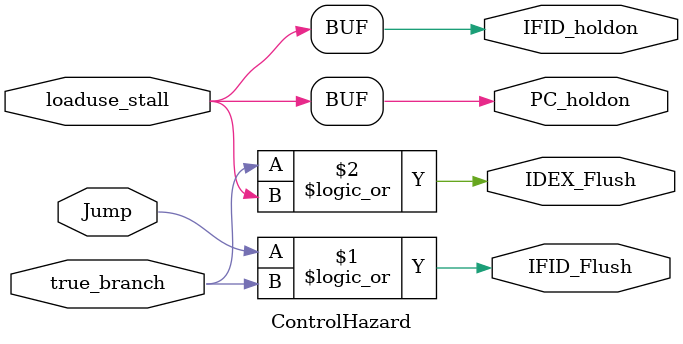
<source format=v>
`timescale 1ns / 1ps
module ControlHazard(Jump, true_branch, loaduse_stall, IFID_Flush, IDEX_Flush, PC_holdon, IFID_holdon);
//input signals
input wire Jump;
input wire true_branch;
input wire loaduse_stall;

//output signals
output wire IFID_Flush;
output wire IDEX_Flush;
output wire PC_holdon;
output wire IFID_holdon;

assign IFID_Flush = Jump || true_branch;
assign IDEX_Flush = true_branch || loaduse_stall;
assign PC_holdon = loaduse_stall;
assign IFID_holdon = loaduse_stall;
endmodule

</source>
